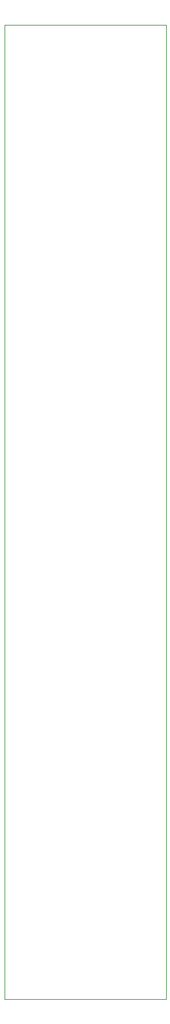
<source format=gm1>
G04 #@! TF.GenerationSoftware,KiCad,Pcbnew,6.0.7-f9a2dced07~116~ubuntu22.04.1*
G04 #@! TF.CreationDate,2022-09-02T22:22:42-04:00*
G04 #@! TF.ProjectId,mikrokosmos-ii,6d696b72-6f6b-46f7-936d-6f732d69692e,rev?*
G04 #@! TF.SameCoordinates,Original*
G04 #@! TF.FileFunction,Profile,NP*
%FSLAX46Y46*%
G04 Gerber Fmt 4.6, Leading zero omitted, Abs format (unit mm)*
G04 Created by KiCad (PCBNEW 6.0.7-f9a2dced07~116~ubuntu22.04.1) date 2022-09-02 22:22:42*
%MOMM*%
%LPD*%
G01*
G04 APERTURE LIST*
G04 #@! TA.AperFunction,Profile*
%ADD10C,0.100000*%
G04 #@! TD*
G04 APERTURE END LIST*
D10*
X89500000Y-14000000D02*
X110500000Y-14000000D01*
X110500000Y-14000000D02*
X110500000Y-140000000D01*
X110500000Y-140000000D02*
X89500000Y-140000000D01*
X89500000Y-140000000D02*
X89500000Y-14000000D01*
M02*

</source>
